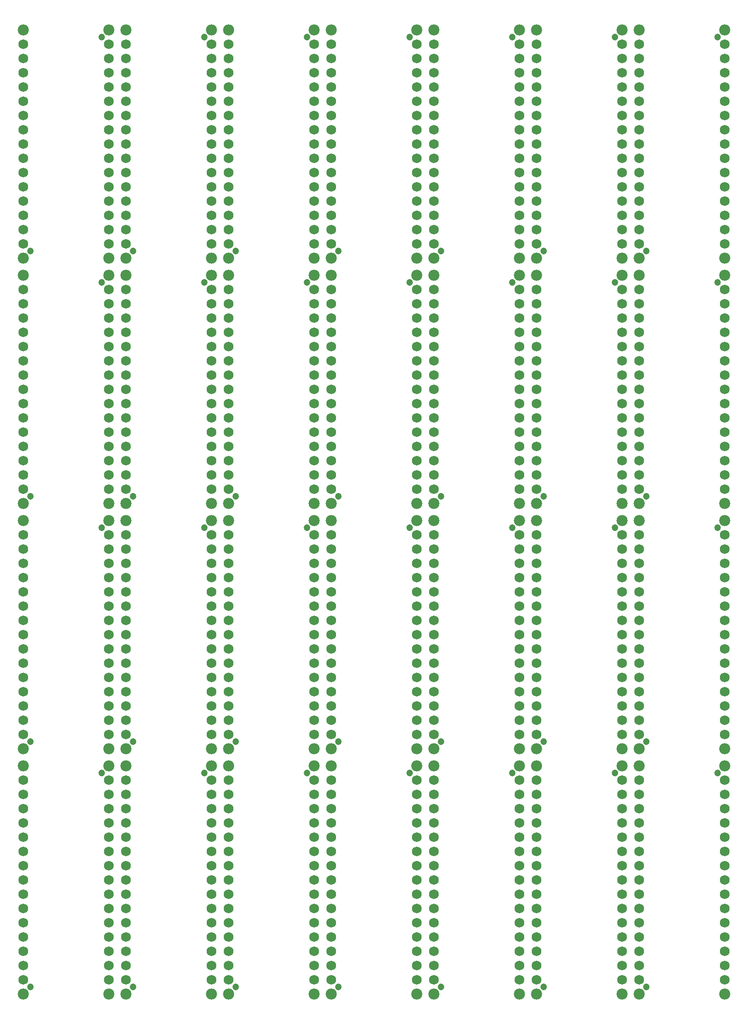
<source format=gbs>
G75*
%MOIN*%
%OFA0B0*%
%FSLAX25Y25*%
%IPPOS*%
%LPD*%
%AMOC8*
5,1,8,0,0,1.08239X$1,22.5*
%
%ADD10C,0.07800*%
%ADD11C,0.06800*%
%ADD12C,0.04737*%
D10*
X0033750Y0033750D03*
X0093750Y0033750D03*
X0105750Y0033750D03*
X0165750Y0033750D03*
X0177750Y0033750D03*
X0237750Y0033750D03*
X0249750Y0033750D03*
X0309750Y0033750D03*
X0321750Y0033750D03*
X0381750Y0033750D03*
X0393750Y0033750D03*
X0453750Y0033750D03*
X0465750Y0033750D03*
X0525750Y0033750D03*
X0525750Y0193750D03*
X0525750Y0205750D03*
X0465750Y0205750D03*
X0465750Y0193750D03*
X0453750Y0193750D03*
X0453750Y0205750D03*
X0393750Y0205750D03*
X0393750Y0193750D03*
X0381750Y0193750D03*
X0381750Y0205750D03*
X0321750Y0205750D03*
X0321750Y0193750D03*
X0309750Y0193750D03*
X0309750Y0205750D03*
X0249750Y0205750D03*
X0249750Y0193750D03*
X0237750Y0193750D03*
X0237750Y0205750D03*
X0177750Y0205750D03*
X0177750Y0193750D03*
X0165750Y0193750D03*
X0165750Y0205750D03*
X0105750Y0205750D03*
X0105750Y0193750D03*
X0093750Y0193750D03*
X0093750Y0205750D03*
X0033750Y0205750D03*
X0033750Y0193750D03*
X0033750Y0365750D03*
X0033750Y0377750D03*
X0093750Y0377750D03*
X0093750Y0365750D03*
X0105750Y0365750D03*
X0105750Y0377750D03*
X0165750Y0377750D03*
X0165750Y0365750D03*
X0177750Y0365750D03*
X0177750Y0377750D03*
X0237750Y0377750D03*
X0237750Y0365750D03*
X0249750Y0365750D03*
X0249750Y0377750D03*
X0309750Y0377750D03*
X0309750Y0365750D03*
X0321750Y0365750D03*
X0321750Y0377750D03*
X0381750Y0377750D03*
X0381750Y0365750D03*
X0393750Y0365750D03*
X0393750Y0377750D03*
X0453750Y0377750D03*
X0453750Y0365750D03*
X0465750Y0365750D03*
X0465750Y0377750D03*
X0525750Y0377750D03*
X0525750Y0365750D03*
X0525750Y0537750D03*
X0525750Y0549750D03*
X0465750Y0549750D03*
X0465750Y0537750D03*
X0453750Y0537750D03*
X0453750Y0549750D03*
X0393750Y0549750D03*
X0393750Y0537750D03*
X0381750Y0537750D03*
X0381750Y0549750D03*
X0321750Y0549750D03*
X0321750Y0537750D03*
X0309750Y0537750D03*
X0309750Y0549750D03*
X0249750Y0549750D03*
X0249750Y0537750D03*
X0237750Y0537750D03*
X0237750Y0549750D03*
X0177750Y0549750D03*
X0177750Y0537750D03*
X0165750Y0537750D03*
X0165750Y0549750D03*
X0105750Y0549750D03*
X0105750Y0537750D03*
X0093750Y0537750D03*
X0093750Y0549750D03*
X0033750Y0549750D03*
X0033750Y0537750D03*
X0033750Y0709750D03*
X0093750Y0709750D03*
X0105750Y0709750D03*
X0165750Y0709750D03*
X0177750Y0709750D03*
X0237750Y0709750D03*
X0249750Y0709750D03*
X0309750Y0709750D03*
X0321750Y0709750D03*
X0381750Y0709750D03*
X0393750Y0709750D03*
X0453750Y0709750D03*
X0465750Y0709750D03*
X0525750Y0709750D03*
D11*
X0525750Y0699750D03*
X0525750Y0689750D03*
X0525750Y0679750D03*
X0525750Y0669750D03*
X0525750Y0659750D03*
X0525750Y0649750D03*
X0525750Y0639750D03*
X0525750Y0629750D03*
X0525750Y0619750D03*
X0525750Y0609750D03*
X0525750Y0599750D03*
X0525750Y0589750D03*
X0525750Y0579750D03*
X0525750Y0569750D03*
X0525750Y0559750D03*
X0525750Y0527750D03*
X0525750Y0517750D03*
X0525750Y0507750D03*
X0525750Y0497750D03*
X0525750Y0487750D03*
X0525750Y0477750D03*
X0525750Y0467750D03*
X0525750Y0457750D03*
X0525750Y0447750D03*
X0525750Y0437750D03*
X0525750Y0427750D03*
X0525750Y0417750D03*
X0525750Y0407750D03*
X0525750Y0397750D03*
X0525750Y0387750D03*
X0525750Y0355750D03*
X0525750Y0345750D03*
X0525750Y0335750D03*
X0525750Y0325750D03*
X0525750Y0315750D03*
X0525750Y0305750D03*
X0525750Y0295750D03*
X0525750Y0285750D03*
X0525750Y0275750D03*
X0525750Y0265750D03*
X0525750Y0255750D03*
X0525750Y0245750D03*
X0525750Y0235750D03*
X0525750Y0225750D03*
X0525750Y0215750D03*
X0525750Y0183750D03*
X0525750Y0173750D03*
X0525750Y0163750D03*
X0525750Y0153750D03*
X0525750Y0143750D03*
X0525750Y0133750D03*
X0525750Y0123750D03*
X0525750Y0113750D03*
X0525750Y0103750D03*
X0525750Y0093750D03*
X0525750Y0083750D03*
X0525750Y0073750D03*
X0525750Y0063750D03*
X0525750Y0053750D03*
X0525750Y0043750D03*
X0465750Y0043750D03*
X0465750Y0053750D03*
X0465750Y0063750D03*
X0465750Y0073750D03*
X0465750Y0083750D03*
X0465750Y0093750D03*
X0465750Y0103750D03*
X0465750Y0113750D03*
X0465750Y0123750D03*
X0465750Y0133750D03*
X0465750Y0143750D03*
X0465750Y0153750D03*
X0465750Y0163750D03*
X0465750Y0173750D03*
X0465750Y0183750D03*
X0453750Y0183750D03*
X0453750Y0173750D03*
X0453750Y0163750D03*
X0453750Y0153750D03*
X0453750Y0143750D03*
X0453750Y0133750D03*
X0453750Y0123750D03*
X0453750Y0113750D03*
X0453750Y0103750D03*
X0453750Y0093750D03*
X0453750Y0083750D03*
X0453750Y0073750D03*
X0453750Y0063750D03*
X0453750Y0053750D03*
X0453750Y0043750D03*
X0393750Y0043750D03*
X0393750Y0053750D03*
X0393750Y0063750D03*
X0393750Y0073750D03*
X0393750Y0083750D03*
X0393750Y0093750D03*
X0393750Y0103750D03*
X0393750Y0113750D03*
X0393750Y0123750D03*
X0393750Y0133750D03*
X0393750Y0143750D03*
X0393750Y0153750D03*
X0393750Y0163750D03*
X0393750Y0173750D03*
X0393750Y0183750D03*
X0381750Y0183750D03*
X0381750Y0173750D03*
X0381750Y0163750D03*
X0381750Y0153750D03*
X0381750Y0143750D03*
X0381750Y0133750D03*
X0381750Y0123750D03*
X0381750Y0113750D03*
X0381750Y0103750D03*
X0381750Y0093750D03*
X0381750Y0083750D03*
X0381750Y0073750D03*
X0381750Y0063750D03*
X0381750Y0053750D03*
X0381750Y0043750D03*
X0321750Y0043750D03*
X0321750Y0053750D03*
X0321750Y0063750D03*
X0321750Y0073750D03*
X0321750Y0083750D03*
X0321750Y0093750D03*
X0321750Y0103750D03*
X0321750Y0113750D03*
X0321750Y0123750D03*
X0321750Y0133750D03*
X0321750Y0143750D03*
X0321750Y0153750D03*
X0321750Y0163750D03*
X0321750Y0173750D03*
X0321750Y0183750D03*
X0309750Y0183750D03*
X0309750Y0173750D03*
X0309750Y0163750D03*
X0309750Y0153750D03*
X0309750Y0143750D03*
X0309750Y0133750D03*
X0309750Y0123750D03*
X0309750Y0113750D03*
X0309750Y0103750D03*
X0309750Y0093750D03*
X0309750Y0083750D03*
X0309750Y0073750D03*
X0309750Y0063750D03*
X0309750Y0053750D03*
X0309750Y0043750D03*
X0249750Y0043750D03*
X0249750Y0053750D03*
X0249750Y0063750D03*
X0249750Y0073750D03*
X0249750Y0083750D03*
X0249750Y0093750D03*
X0249750Y0103750D03*
X0249750Y0113750D03*
X0249750Y0123750D03*
X0249750Y0133750D03*
X0249750Y0143750D03*
X0249750Y0153750D03*
X0249750Y0163750D03*
X0249750Y0173750D03*
X0249750Y0183750D03*
X0237750Y0183750D03*
X0237750Y0173750D03*
X0237750Y0163750D03*
X0237750Y0153750D03*
X0237750Y0143750D03*
X0237750Y0133750D03*
X0237750Y0123750D03*
X0237750Y0113750D03*
X0237750Y0103750D03*
X0237750Y0093750D03*
X0237750Y0083750D03*
X0237750Y0073750D03*
X0237750Y0063750D03*
X0237750Y0053750D03*
X0237750Y0043750D03*
X0177750Y0043750D03*
X0177750Y0053750D03*
X0177750Y0063750D03*
X0177750Y0073750D03*
X0177750Y0083750D03*
X0177750Y0093750D03*
X0177750Y0103750D03*
X0177750Y0113750D03*
X0177750Y0123750D03*
X0177750Y0133750D03*
X0177750Y0143750D03*
X0177750Y0153750D03*
X0177750Y0163750D03*
X0177750Y0173750D03*
X0177750Y0183750D03*
X0165750Y0183750D03*
X0165750Y0173750D03*
X0165750Y0163750D03*
X0165750Y0153750D03*
X0165750Y0143750D03*
X0165750Y0133750D03*
X0165750Y0123750D03*
X0165750Y0113750D03*
X0165750Y0103750D03*
X0165750Y0093750D03*
X0165750Y0083750D03*
X0165750Y0073750D03*
X0165750Y0063750D03*
X0165750Y0053750D03*
X0165750Y0043750D03*
X0105750Y0043750D03*
X0105750Y0053750D03*
X0105750Y0063750D03*
X0105750Y0073750D03*
X0105750Y0083750D03*
X0105750Y0093750D03*
X0105750Y0103750D03*
X0105750Y0113750D03*
X0105750Y0123750D03*
X0105750Y0133750D03*
X0105750Y0143750D03*
X0105750Y0153750D03*
X0105750Y0163750D03*
X0105750Y0173750D03*
X0105750Y0183750D03*
X0093750Y0183750D03*
X0093750Y0173750D03*
X0093750Y0163750D03*
X0093750Y0153750D03*
X0093750Y0143750D03*
X0093750Y0133750D03*
X0093750Y0123750D03*
X0093750Y0113750D03*
X0093750Y0103750D03*
X0093750Y0093750D03*
X0093750Y0083750D03*
X0093750Y0073750D03*
X0093750Y0063750D03*
X0093750Y0053750D03*
X0093750Y0043750D03*
X0033750Y0043750D03*
X0033750Y0053750D03*
X0033750Y0063750D03*
X0033750Y0073750D03*
X0033750Y0083750D03*
X0033750Y0093750D03*
X0033750Y0103750D03*
X0033750Y0113750D03*
X0033750Y0123750D03*
X0033750Y0133750D03*
X0033750Y0143750D03*
X0033750Y0153750D03*
X0033750Y0163750D03*
X0033750Y0173750D03*
X0033750Y0183750D03*
X0033750Y0215750D03*
X0033750Y0225750D03*
X0033750Y0235750D03*
X0033750Y0245750D03*
X0033750Y0255750D03*
X0033750Y0265750D03*
X0033750Y0275750D03*
X0033750Y0285750D03*
X0033750Y0295750D03*
X0033750Y0305750D03*
X0033750Y0315750D03*
X0033750Y0325750D03*
X0033750Y0335750D03*
X0033750Y0345750D03*
X0033750Y0355750D03*
X0033750Y0387750D03*
X0033750Y0397750D03*
X0033750Y0407750D03*
X0033750Y0417750D03*
X0033750Y0427750D03*
X0033750Y0437750D03*
X0033750Y0447750D03*
X0033750Y0457750D03*
X0033750Y0467750D03*
X0033750Y0477750D03*
X0033750Y0487750D03*
X0033750Y0497750D03*
X0033750Y0507750D03*
X0033750Y0517750D03*
X0033750Y0527750D03*
X0033750Y0559750D03*
X0033750Y0569750D03*
X0033750Y0579750D03*
X0033750Y0589750D03*
X0033750Y0599750D03*
X0033750Y0609750D03*
X0033750Y0619750D03*
X0033750Y0629750D03*
X0033750Y0639750D03*
X0033750Y0649750D03*
X0033750Y0659750D03*
X0033750Y0669750D03*
X0033750Y0679750D03*
X0033750Y0689750D03*
X0033750Y0699750D03*
X0093750Y0699750D03*
X0093750Y0689750D03*
X0093750Y0679750D03*
X0093750Y0669750D03*
X0093750Y0659750D03*
X0093750Y0649750D03*
X0093750Y0639750D03*
X0093750Y0629750D03*
X0093750Y0619750D03*
X0093750Y0609750D03*
X0093750Y0599750D03*
X0093750Y0589750D03*
X0093750Y0579750D03*
X0093750Y0569750D03*
X0093750Y0559750D03*
X0105750Y0559750D03*
X0105750Y0569750D03*
X0105750Y0579750D03*
X0105750Y0589750D03*
X0105750Y0599750D03*
X0105750Y0609750D03*
X0105750Y0619750D03*
X0105750Y0629750D03*
X0105750Y0639750D03*
X0105750Y0649750D03*
X0105750Y0659750D03*
X0105750Y0669750D03*
X0105750Y0679750D03*
X0105750Y0689750D03*
X0105750Y0699750D03*
X0165750Y0699750D03*
X0165750Y0689750D03*
X0165750Y0679750D03*
X0165750Y0669750D03*
X0165750Y0659750D03*
X0165750Y0649750D03*
X0165750Y0639750D03*
X0165750Y0629750D03*
X0165750Y0619750D03*
X0165750Y0609750D03*
X0165750Y0599750D03*
X0165750Y0589750D03*
X0165750Y0579750D03*
X0165750Y0569750D03*
X0165750Y0559750D03*
X0177750Y0559750D03*
X0177750Y0569750D03*
X0177750Y0579750D03*
X0177750Y0589750D03*
X0177750Y0599750D03*
X0177750Y0609750D03*
X0177750Y0619750D03*
X0177750Y0629750D03*
X0177750Y0639750D03*
X0177750Y0649750D03*
X0177750Y0659750D03*
X0177750Y0669750D03*
X0177750Y0679750D03*
X0177750Y0689750D03*
X0177750Y0699750D03*
X0237750Y0699750D03*
X0237750Y0689750D03*
X0237750Y0679750D03*
X0237750Y0669750D03*
X0237750Y0659750D03*
X0237750Y0649750D03*
X0237750Y0639750D03*
X0237750Y0629750D03*
X0237750Y0619750D03*
X0237750Y0609750D03*
X0237750Y0599750D03*
X0237750Y0589750D03*
X0237750Y0579750D03*
X0237750Y0569750D03*
X0237750Y0559750D03*
X0249750Y0559750D03*
X0249750Y0569750D03*
X0249750Y0579750D03*
X0249750Y0589750D03*
X0249750Y0599750D03*
X0249750Y0609750D03*
X0249750Y0619750D03*
X0249750Y0629750D03*
X0249750Y0639750D03*
X0249750Y0649750D03*
X0249750Y0659750D03*
X0249750Y0669750D03*
X0249750Y0679750D03*
X0249750Y0689750D03*
X0249750Y0699750D03*
X0309750Y0699750D03*
X0309750Y0689750D03*
X0309750Y0679750D03*
X0309750Y0669750D03*
X0309750Y0659750D03*
X0309750Y0649750D03*
X0309750Y0639750D03*
X0309750Y0629750D03*
X0309750Y0619750D03*
X0309750Y0609750D03*
X0309750Y0599750D03*
X0309750Y0589750D03*
X0309750Y0579750D03*
X0309750Y0569750D03*
X0309750Y0559750D03*
X0321750Y0559750D03*
X0321750Y0569750D03*
X0321750Y0579750D03*
X0321750Y0589750D03*
X0321750Y0599750D03*
X0321750Y0609750D03*
X0321750Y0619750D03*
X0321750Y0629750D03*
X0321750Y0639750D03*
X0321750Y0649750D03*
X0321750Y0659750D03*
X0321750Y0669750D03*
X0321750Y0679750D03*
X0321750Y0689750D03*
X0321750Y0699750D03*
X0381750Y0699750D03*
X0381750Y0689750D03*
X0381750Y0679750D03*
X0381750Y0669750D03*
X0381750Y0659750D03*
X0381750Y0649750D03*
X0381750Y0639750D03*
X0381750Y0629750D03*
X0381750Y0619750D03*
X0381750Y0609750D03*
X0381750Y0599750D03*
X0381750Y0589750D03*
X0381750Y0579750D03*
X0381750Y0569750D03*
X0381750Y0559750D03*
X0393750Y0559750D03*
X0393750Y0569750D03*
X0393750Y0579750D03*
X0393750Y0589750D03*
X0393750Y0599750D03*
X0393750Y0609750D03*
X0393750Y0619750D03*
X0393750Y0629750D03*
X0393750Y0639750D03*
X0393750Y0649750D03*
X0393750Y0659750D03*
X0393750Y0669750D03*
X0393750Y0679750D03*
X0393750Y0689750D03*
X0393750Y0699750D03*
X0453750Y0699750D03*
X0453750Y0689750D03*
X0453750Y0679750D03*
X0453750Y0669750D03*
X0453750Y0659750D03*
X0453750Y0649750D03*
X0453750Y0639750D03*
X0453750Y0629750D03*
X0453750Y0619750D03*
X0453750Y0609750D03*
X0453750Y0599750D03*
X0453750Y0589750D03*
X0453750Y0579750D03*
X0453750Y0569750D03*
X0453750Y0559750D03*
X0465750Y0559750D03*
X0465750Y0569750D03*
X0465750Y0579750D03*
X0465750Y0589750D03*
X0465750Y0599750D03*
X0465750Y0609750D03*
X0465750Y0619750D03*
X0465750Y0629750D03*
X0465750Y0639750D03*
X0465750Y0649750D03*
X0465750Y0659750D03*
X0465750Y0669750D03*
X0465750Y0679750D03*
X0465750Y0689750D03*
X0465750Y0699750D03*
X0465750Y0527750D03*
X0465750Y0517750D03*
X0465750Y0507750D03*
X0465750Y0497750D03*
X0465750Y0487750D03*
X0465750Y0477750D03*
X0465750Y0467750D03*
X0465750Y0457750D03*
X0465750Y0447750D03*
X0465750Y0437750D03*
X0465750Y0427750D03*
X0465750Y0417750D03*
X0465750Y0407750D03*
X0465750Y0397750D03*
X0465750Y0387750D03*
X0453750Y0387750D03*
X0453750Y0397750D03*
X0453750Y0407750D03*
X0453750Y0417750D03*
X0453750Y0427750D03*
X0453750Y0437750D03*
X0453750Y0447750D03*
X0453750Y0457750D03*
X0453750Y0467750D03*
X0453750Y0477750D03*
X0453750Y0487750D03*
X0453750Y0497750D03*
X0453750Y0507750D03*
X0453750Y0517750D03*
X0453750Y0527750D03*
X0393750Y0527750D03*
X0393750Y0517750D03*
X0393750Y0507750D03*
X0393750Y0497750D03*
X0393750Y0487750D03*
X0393750Y0477750D03*
X0393750Y0467750D03*
X0393750Y0457750D03*
X0393750Y0447750D03*
X0393750Y0437750D03*
X0393750Y0427750D03*
X0393750Y0417750D03*
X0393750Y0407750D03*
X0393750Y0397750D03*
X0393750Y0387750D03*
X0381750Y0387750D03*
X0381750Y0397750D03*
X0381750Y0407750D03*
X0381750Y0417750D03*
X0381750Y0427750D03*
X0381750Y0437750D03*
X0381750Y0447750D03*
X0381750Y0457750D03*
X0381750Y0467750D03*
X0381750Y0477750D03*
X0381750Y0487750D03*
X0381750Y0497750D03*
X0381750Y0507750D03*
X0381750Y0517750D03*
X0381750Y0527750D03*
X0321750Y0527750D03*
X0321750Y0517750D03*
X0321750Y0507750D03*
X0321750Y0497750D03*
X0321750Y0487750D03*
X0321750Y0477750D03*
X0321750Y0467750D03*
X0321750Y0457750D03*
X0321750Y0447750D03*
X0321750Y0437750D03*
X0321750Y0427750D03*
X0321750Y0417750D03*
X0321750Y0407750D03*
X0321750Y0397750D03*
X0321750Y0387750D03*
X0309750Y0387750D03*
X0309750Y0397750D03*
X0309750Y0407750D03*
X0309750Y0417750D03*
X0309750Y0427750D03*
X0309750Y0437750D03*
X0309750Y0447750D03*
X0309750Y0457750D03*
X0309750Y0467750D03*
X0309750Y0477750D03*
X0309750Y0487750D03*
X0309750Y0497750D03*
X0309750Y0507750D03*
X0309750Y0517750D03*
X0309750Y0527750D03*
X0249750Y0527750D03*
X0249750Y0517750D03*
X0249750Y0507750D03*
X0249750Y0497750D03*
X0249750Y0487750D03*
X0249750Y0477750D03*
X0249750Y0467750D03*
X0249750Y0457750D03*
X0249750Y0447750D03*
X0249750Y0437750D03*
X0249750Y0427750D03*
X0249750Y0417750D03*
X0249750Y0407750D03*
X0249750Y0397750D03*
X0249750Y0387750D03*
X0237750Y0387750D03*
X0237750Y0397750D03*
X0237750Y0407750D03*
X0237750Y0417750D03*
X0237750Y0427750D03*
X0237750Y0437750D03*
X0237750Y0447750D03*
X0237750Y0457750D03*
X0237750Y0467750D03*
X0237750Y0477750D03*
X0237750Y0487750D03*
X0237750Y0497750D03*
X0237750Y0507750D03*
X0237750Y0517750D03*
X0237750Y0527750D03*
X0177750Y0527750D03*
X0177750Y0517750D03*
X0177750Y0507750D03*
X0177750Y0497750D03*
X0177750Y0487750D03*
X0177750Y0477750D03*
X0177750Y0467750D03*
X0177750Y0457750D03*
X0177750Y0447750D03*
X0177750Y0437750D03*
X0177750Y0427750D03*
X0177750Y0417750D03*
X0177750Y0407750D03*
X0177750Y0397750D03*
X0177750Y0387750D03*
X0165750Y0387750D03*
X0165750Y0397750D03*
X0165750Y0407750D03*
X0165750Y0417750D03*
X0165750Y0427750D03*
X0165750Y0437750D03*
X0165750Y0447750D03*
X0165750Y0457750D03*
X0165750Y0467750D03*
X0165750Y0477750D03*
X0165750Y0487750D03*
X0165750Y0497750D03*
X0165750Y0507750D03*
X0165750Y0517750D03*
X0165750Y0527750D03*
X0105750Y0527750D03*
X0105750Y0517750D03*
X0105750Y0507750D03*
X0105750Y0497750D03*
X0105750Y0487750D03*
X0105750Y0477750D03*
X0105750Y0467750D03*
X0105750Y0457750D03*
X0105750Y0447750D03*
X0105750Y0437750D03*
X0105750Y0427750D03*
X0105750Y0417750D03*
X0105750Y0407750D03*
X0105750Y0397750D03*
X0105750Y0387750D03*
X0093750Y0387750D03*
X0093750Y0397750D03*
X0093750Y0407750D03*
X0093750Y0417750D03*
X0093750Y0427750D03*
X0093750Y0437750D03*
X0093750Y0447750D03*
X0093750Y0457750D03*
X0093750Y0467750D03*
X0093750Y0477750D03*
X0093750Y0487750D03*
X0093750Y0497750D03*
X0093750Y0507750D03*
X0093750Y0517750D03*
X0093750Y0527750D03*
X0093750Y0355750D03*
X0093750Y0345750D03*
X0093750Y0335750D03*
X0093750Y0325750D03*
X0093750Y0315750D03*
X0093750Y0305750D03*
X0093750Y0295750D03*
X0093750Y0285750D03*
X0093750Y0275750D03*
X0093750Y0265750D03*
X0093750Y0255750D03*
X0093750Y0245750D03*
X0093750Y0235750D03*
X0093750Y0225750D03*
X0093750Y0215750D03*
X0105750Y0215750D03*
X0105750Y0225750D03*
X0105750Y0235750D03*
X0105750Y0245750D03*
X0105750Y0255750D03*
X0105750Y0265750D03*
X0105750Y0275750D03*
X0105750Y0285750D03*
X0105750Y0295750D03*
X0105750Y0305750D03*
X0105750Y0315750D03*
X0105750Y0325750D03*
X0105750Y0335750D03*
X0105750Y0345750D03*
X0105750Y0355750D03*
X0165750Y0355750D03*
X0165750Y0345750D03*
X0165750Y0335750D03*
X0165750Y0325750D03*
X0165750Y0315750D03*
X0165750Y0305750D03*
X0165750Y0295750D03*
X0165750Y0285750D03*
X0165750Y0275750D03*
X0165750Y0265750D03*
X0165750Y0255750D03*
X0165750Y0245750D03*
X0165750Y0235750D03*
X0165750Y0225750D03*
X0165750Y0215750D03*
X0177750Y0215750D03*
X0177750Y0225750D03*
X0177750Y0235750D03*
X0177750Y0245750D03*
X0177750Y0255750D03*
X0177750Y0265750D03*
X0177750Y0275750D03*
X0177750Y0285750D03*
X0177750Y0295750D03*
X0177750Y0305750D03*
X0177750Y0315750D03*
X0177750Y0325750D03*
X0177750Y0335750D03*
X0177750Y0345750D03*
X0177750Y0355750D03*
X0237750Y0355750D03*
X0237750Y0345750D03*
X0237750Y0335750D03*
X0237750Y0325750D03*
X0237750Y0315750D03*
X0237750Y0305750D03*
X0237750Y0295750D03*
X0237750Y0285750D03*
X0237750Y0275750D03*
X0237750Y0265750D03*
X0237750Y0255750D03*
X0237750Y0245750D03*
X0237750Y0235750D03*
X0237750Y0225750D03*
X0237750Y0215750D03*
X0249750Y0215750D03*
X0249750Y0225750D03*
X0249750Y0235750D03*
X0249750Y0245750D03*
X0249750Y0255750D03*
X0249750Y0265750D03*
X0249750Y0275750D03*
X0249750Y0285750D03*
X0249750Y0295750D03*
X0249750Y0305750D03*
X0249750Y0315750D03*
X0249750Y0325750D03*
X0249750Y0335750D03*
X0249750Y0345750D03*
X0249750Y0355750D03*
X0309750Y0355750D03*
X0309750Y0345750D03*
X0309750Y0335750D03*
X0309750Y0325750D03*
X0309750Y0315750D03*
X0309750Y0305750D03*
X0309750Y0295750D03*
X0309750Y0285750D03*
X0309750Y0275750D03*
X0309750Y0265750D03*
X0309750Y0255750D03*
X0309750Y0245750D03*
X0309750Y0235750D03*
X0309750Y0225750D03*
X0309750Y0215750D03*
X0321750Y0215750D03*
X0321750Y0225750D03*
X0321750Y0235750D03*
X0321750Y0245750D03*
X0321750Y0255750D03*
X0321750Y0265750D03*
X0321750Y0275750D03*
X0321750Y0285750D03*
X0321750Y0295750D03*
X0321750Y0305750D03*
X0321750Y0315750D03*
X0321750Y0325750D03*
X0321750Y0335750D03*
X0321750Y0345750D03*
X0321750Y0355750D03*
X0381750Y0355750D03*
X0381750Y0345750D03*
X0381750Y0335750D03*
X0381750Y0325750D03*
X0381750Y0315750D03*
X0381750Y0305750D03*
X0381750Y0295750D03*
X0381750Y0285750D03*
X0381750Y0275750D03*
X0381750Y0265750D03*
X0381750Y0255750D03*
X0381750Y0245750D03*
X0381750Y0235750D03*
X0381750Y0225750D03*
X0381750Y0215750D03*
X0393750Y0215750D03*
X0393750Y0225750D03*
X0393750Y0235750D03*
X0393750Y0245750D03*
X0393750Y0255750D03*
X0393750Y0265750D03*
X0393750Y0275750D03*
X0393750Y0285750D03*
X0393750Y0295750D03*
X0393750Y0305750D03*
X0393750Y0315750D03*
X0393750Y0325750D03*
X0393750Y0335750D03*
X0393750Y0345750D03*
X0393750Y0355750D03*
X0453750Y0355750D03*
X0453750Y0345750D03*
X0453750Y0335750D03*
X0453750Y0325750D03*
X0453750Y0315750D03*
X0453750Y0305750D03*
X0453750Y0295750D03*
X0453750Y0285750D03*
X0453750Y0275750D03*
X0453750Y0265750D03*
X0453750Y0255750D03*
X0453750Y0245750D03*
X0453750Y0235750D03*
X0453750Y0225750D03*
X0453750Y0215750D03*
X0465750Y0215750D03*
X0465750Y0225750D03*
X0465750Y0235750D03*
X0465750Y0245750D03*
X0465750Y0255750D03*
X0465750Y0265750D03*
X0465750Y0275750D03*
X0465750Y0285750D03*
X0465750Y0295750D03*
X0465750Y0305750D03*
X0465750Y0315750D03*
X0465750Y0325750D03*
X0465750Y0335750D03*
X0465750Y0345750D03*
X0465750Y0355750D03*
D12*
X0448750Y0360750D03*
X0470750Y0382750D03*
X0520750Y0360750D03*
X0398750Y0382750D03*
X0376750Y0360750D03*
X0326750Y0382750D03*
X0304750Y0360750D03*
X0254750Y0382750D03*
X0232750Y0360750D03*
X0182750Y0382750D03*
X0160750Y0360750D03*
X0110750Y0382750D03*
X0088750Y0360750D03*
X0038750Y0382750D03*
X0088750Y0532750D03*
X0110750Y0554750D03*
X0160750Y0532750D03*
X0182750Y0554750D03*
X0232750Y0532750D03*
X0254750Y0554750D03*
X0304750Y0532750D03*
X0326750Y0554750D03*
X0376750Y0532750D03*
X0398750Y0554750D03*
X0448750Y0532750D03*
X0470750Y0554750D03*
X0520750Y0532750D03*
X0520750Y0704750D03*
X0448750Y0704750D03*
X0376750Y0704750D03*
X0304750Y0704750D03*
X0232750Y0704750D03*
X0160750Y0704750D03*
X0088750Y0704750D03*
X0038750Y0554750D03*
X0038750Y0210750D03*
X0088750Y0188750D03*
X0110750Y0210750D03*
X0160750Y0188750D03*
X0182750Y0210750D03*
X0232750Y0188750D03*
X0254750Y0210750D03*
X0304750Y0188750D03*
X0326750Y0210750D03*
X0376750Y0188750D03*
X0398750Y0210750D03*
X0448750Y0188750D03*
X0470750Y0210750D03*
X0520750Y0188750D03*
X0470750Y0038750D03*
X0398750Y0038750D03*
X0326750Y0038750D03*
X0254750Y0038750D03*
X0182750Y0038750D03*
X0110750Y0038750D03*
X0038750Y0038750D03*
M02*

</source>
